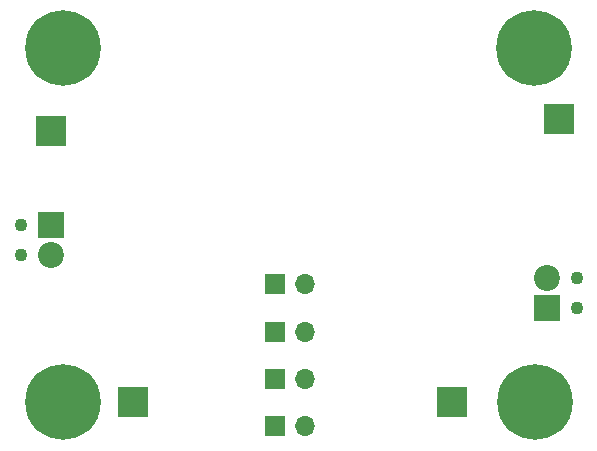
<source format=gbs>
G04 #@! TF.GenerationSoftware,KiCad,Pcbnew,(5.1.9)-1*
G04 #@! TF.CreationDate,2021-04-25T17:11:15+03:00*
G04 #@! TF.ProjectId,TPS5430_Board_Rev_1.0,54505335-3433-4305-9f42-6f6172645f52,rev?*
G04 #@! TF.SameCoordinates,Original*
G04 #@! TF.FileFunction,Soldermask,Bot*
G04 #@! TF.FilePolarity,Negative*
%FSLAX46Y46*%
G04 Gerber Fmt 4.6, Leading zero omitted, Abs format (unit mm)*
G04 Created by KiCad (PCBNEW (5.1.9)-1) date 2021-04-25 17:11:15*
%MOMM*%
%LPD*%
G01*
G04 APERTURE LIST*
%ADD10R,2.500000X2.500000*%
%ADD11O,1.700000X1.700000*%
%ADD12R,1.700000X1.700000*%
%ADD13C,1.100000*%
%ADD14C,2.200000*%
%ADD15R,2.200000X2.200000*%
%ADD16C,0.800000*%
%ADD17C,6.400000*%
G04 APERTURE END LIST*
D10*
X64000000Y-112000000D03*
X71000000Y-135000000D03*
X98000000Y-135000000D03*
X107000000Y-111000000D03*
D11*
X85540000Y-137000000D03*
D12*
X83000000Y-137000000D03*
D11*
X85540000Y-133000000D03*
D12*
X83000000Y-133000000D03*
D11*
X85540000Y-129000000D03*
D12*
X83000000Y-129000000D03*
D13*
X61460000Y-122540000D03*
D14*
X64000000Y-122540000D03*
D13*
X61460000Y-120000000D03*
D15*
X64000000Y-120000000D03*
D11*
X85540000Y-125000000D03*
D12*
X83000000Y-125000000D03*
D13*
X108540000Y-124460000D03*
D14*
X106000000Y-124460000D03*
D13*
X108540000Y-127000000D03*
D15*
X106000000Y-127000000D03*
D16*
X66697056Y-133302944D03*
X65000000Y-132600000D03*
X63302944Y-133302944D03*
X62600000Y-135000000D03*
X63302944Y-136697056D03*
X65000000Y-137400000D03*
X66697056Y-136697056D03*
X67400000Y-135000000D03*
D17*
X65000000Y-135000000D03*
D16*
X106597056Y-103302944D03*
X104900000Y-102600000D03*
X103202944Y-103302944D03*
X102500000Y-105000000D03*
X103202944Y-106697056D03*
X104900000Y-107400000D03*
X106597056Y-106697056D03*
X107300000Y-105000000D03*
D17*
X104900000Y-105000000D03*
D16*
X106697056Y-133302944D03*
X105000000Y-132600000D03*
X103302944Y-133302944D03*
X102600000Y-135000000D03*
X103302944Y-136697056D03*
X105000000Y-137400000D03*
X106697056Y-136697056D03*
X107400000Y-135000000D03*
D17*
X105000000Y-135000000D03*
D16*
X66697056Y-103302944D03*
X65000000Y-102600000D03*
X63302944Y-103302944D03*
X62600000Y-105000000D03*
X63302944Y-106697056D03*
X65000000Y-107400000D03*
X66697056Y-106697056D03*
X67400000Y-105000000D03*
D17*
X65000000Y-105000000D03*
M02*

</source>
